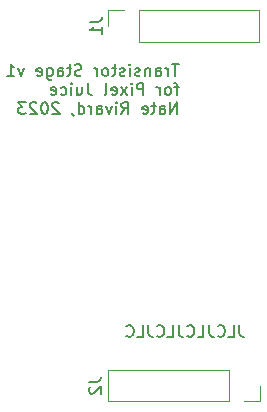
<source format=gbr>
%TF.GenerationSoftware,KiCad,Pcbnew,(6.0.5-0)*%
%TF.CreationDate,2023-04-14T18:12:18+02:00*%
%TF.ProjectId,PixelJuice_TransistorStage,50697865-6c4a-4756-9963-655f5472616e,rev?*%
%TF.SameCoordinates,Original*%
%TF.FileFunction,Legend,Bot*%
%TF.FilePolarity,Positive*%
%FSLAX46Y46*%
G04 Gerber Fmt 4.6, Leading zero omitted, Abs format (unit mm)*
G04 Created by KiCad (PCBNEW (6.0.5-0)) date 2023-04-14 18:12:18*
%MOMM*%
%LPD*%
G01*
G04 APERTURE LIST*
%ADD10C,0.200000*%
%ADD11C,0.150000*%
%ADD12C,0.120000*%
G04 APERTURE END LIST*
D10*
X151944047Y-99177380D02*
X151944047Y-99891666D01*
X151991666Y-100034523D01*
X152086904Y-100129761D01*
X152229761Y-100177380D01*
X152325000Y-100177380D01*
X150991666Y-100177380D02*
X151467857Y-100177380D01*
X151467857Y-99177380D01*
X150086904Y-100082142D02*
X150134523Y-100129761D01*
X150277380Y-100177380D01*
X150372619Y-100177380D01*
X150515476Y-100129761D01*
X150610714Y-100034523D01*
X150658333Y-99939285D01*
X150705952Y-99748809D01*
X150705952Y-99605952D01*
X150658333Y-99415476D01*
X150610714Y-99320238D01*
X150515476Y-99225000D01*
X150372619Y-99177380D01*
X150277380Y-99177380D01*
X150134523Y-99225000D01*
X150086904Y-99272619D01*
X149372619Y-99177380D02*
X149372619Y-99891666D01*
X149420238Y-100034523D01*
X149515476Y-100129761D01*
X149658333Y-100177380D01*
X149753571Y-100177380D01*
X148420238Y-100177380D02*
X148896428Y-100177380D01*
X148896428Y-99177380D01*
X147515476Y-100082142D02*
X147563095Y-100129761D01*
X147705952Y-100177380D01*
X147801190Y-100177380D01*
X147944047Y-100129761D01*
X148039285Y-100034523D01*
X148086904Y-99939285D01*
X148134523Y-99748809D01*
X148134523Y-99605952D01*
X148086904Y-99415476D01*
X148039285Y-99320238D01*
X147944047Y-99225000D01*
X147801190Y-99177380D01*
X147705952Y-99177380D01*
X147563095Y-99225000D01*
X147515476Y-99272619D01*
X146801190Y-99177380D02*
X146801190Y-99891666D01*
X146848809Y-100034523D01*
X146944047Y-100129761D01*
X147086904Y-100177380D01*
X147182142Y-100177380D01*
X145848809Y-100177380D02*
X146325000Y-100177380D01*
X146325000Y-99177380D01*
X144944047Y-100082142D02*
X144991666Y-100129761D01*
X145134523Y-100177380D01*
X145229761Y-100177380D01*
X145372619Y-100129761D01*
X145467857Y-100034523D01*
X145515476Y-99939285D01*
X145563095Y-99748809D01*
X145563095Y-99605952D01*
X145515476Y-99415476D01*
X145467857Y-99320238D01*
X145372619Y-99225000D01*
X145229761Y-99177380D01*
X145134523Y-99177380D01*
X144991666Y-99225000D01*
X144944047Y-99272619D01*
X144229761Y-99177380D02*
X144229761Y-99891666D01*
X144277380Y-100034523D01*
X144372619Y-100129761D01*
X144515476Y-100177380D01*
X144610714Y-100177380D01*
X143277380Y-100177380D02*
X143753571Y-100177380D01*
X143753571Y-99177380D01*
X142372619Y-100082142D02*
X142420238Y-100129761D01*
X142563095Y-100177380D01*
X142658333Y-100177380D01*
X142801190Y-100129761D01*
X142896428Y-100034523D01*
X142944047Y-99939285D01*
X142991666Y-99748809D01*
X142991666Y-99605952D01*
X142944047Y-99415476D01*
X142896428Y-99320238D01*
X142801190Y-99225000D01*
X142658333Y-99177380D01*
X142563095Y-99177380D01*
X142420238Y-99225000D01*
X142372619Y-99272619D01*
D11*
X146807261Y-77092380D02*
X146235833Y-77092380D01*
X146521547Y-78092380D02*
X146521547Y-77092380D01*
X145902500Y-78092380D02*
X145902500Y-77425714D01*
X145902500Y-77616190D02*
X145854880Y-77520952D01*
X145807261Y-77473333D01*
X145712023Y-77425714D01*
X145616785Y-77425714D01*
X144854880Y-78092380D02*
X144854880Y-77568571D01*
X144902500Y-77473333D01*
X144997738Y-77425714D01*
X145188214Y-77425714D01*
X145283452Y-77473333D01*
X144854880Y-78044761D02*
X144950119Y-78092380D01*
X145188214Y-78092380D01*
X145283452Y-78044761D01*
X145331071Y-77949523D01*
X145331071Y-77854285D01*
X145283452Y-77759047D01*
X145188214Y-77711428D01*
X144950119Y-77711428D01*
X144854880Y-77663809D01*
X144378690Y-77425714D02*
X144378690Y-78092380D01*
X144378690Y-77520952D02*
X144331071Y-77473333D01*
X144235833Y-77425714D01*
X144092976Y-77425714D01*
X143997738Y-77473333D01*
X143950119Y-77568571D01*
X143950119Y-78092380D01*
X143521547Y-78044761D02*
X143426309Y-78092380D01*
X143235833Y-78092380D01*
X143140595Y-78044761D01*
X143092976Y-77949523D01*
X143092976Y-77901904D01*
X143140595Y-77806666D01*
X143235833Y-77759047D01*
X143378690Y-77759047D01*
X143473928Y-77711428D01*
X143521547Y-77616190D01*
X143521547Y-77568571D01*
X143473928Y-77473333D01*
X143378690Y-77425714D01*
X143235833Y-77425714D01*
X143140595Y-77473333D01*
X142664404Y-78092380D02*
X142664404Y-77425714D01*
X142664404Y-77092380D02*
X142712023Y-77140000D01*
X142664404Y-77187619D01*
X142616785Y-77140000D01*
X142664404Y-77092380D01*
X142664404Y-77187619D01*
X142235833Y-78044761D02*
X142140595Y-78092380D01*
X141950119Y-78092380D01*
X141854880Y-78044761D01*
X141807261Y-77949523D01*
X141807261Y-77901904D01*
X141854880Y-77806666D01*
X141950119Y-77759047D01*
X142092976Y-77759047D01*
X142188214Y-77711428D01*
X142235833Y-77616190D01*
X142235833Y-77568571D01*
X142188214Y-77473333D01*
X142092976Y-77425714D01*
X141950119Y-77425714D01*
X141854880Y-77473333D01*
X141521547Y-77425714D02*
X141140595Y-77425714D01*
X141378690Y-77092380D02*
X141378690Y-77949523D01*
X141331071Y-78044761D01*
X141235833Y-78092380D01*
X141140595Y-78092380D01*
X140664404Y-78092380D02*
X140759642Y-78044761D01*
X140807261Y-77997142D01*
X140854880Y-77901904D01*
X140854880Y-77616190D01*
X140807261Y-77520952D01*
X140759642Y-77473333D01*
X140664404Y-77425714D01*
X140521547Y-77425714D01*
X140426309Y-77473333D01*
X140378690Y-77520952D01*
X140331071Y-77616190D01*
X140331071Y-77901904D01*
X140378690Y-77997142D01*
X140426309Y-78044761D01*
X140521547Y-78092380D01*
X140664404Y-78092380D01*
X139902500Y-78092380D02*
X139902500Y-77425714D01*
X139902500Y-77616190D02*
X139854880Y-77520952D01*
X139807261Y-77473333D01*
X139712023Y-77425714D01*
X139616785Y-77425714D01*
X138569166Y-78044761D02*
X138426309Y-78092380D01*
X138188214Y-78092380D01*
X138092976Y-78044761D01*
X138045357Y-77997142D01*
X137997738Y-77901904D01*
X137997738Y-77806666D01*
X138045357Y-77711428D01*
X138092976Y-77663809D01*
X138188214Y-77616190D01*
X138378690Y-77568571D01*
X138473928Y-77520952D01*
X138521547Y-77473333D01*
X138569166Y-77378095D01*
X138569166Y-77282857D01*
X138521547Y-77187619D01*
X138473928Y-77140000D01*
X138378690Y-77092380D01*
X138140595Y-77092380D01*
X137997738Y-77140000D01*
X137712023Y-77425714D02*
X137331071Y-77425714D01*
X137569166Y-77092380D02*
X137569166Y-77949523D01*
X137521547Y-78044761D01*
X137426309Y-78092380D01*
X137331071Y-78092380D01*
X136569166Y-78092380D02*
X136569166Y-77568571D01*
X136616785Y-77473333D01*
X136712023Y-77425714D01*
X136902500Y-77425714D01*
X136997738Y-77473333D01*
X136569166Y-78044761D02*
X136664404Y-78092380D01*
X136902500Y-78092380D01*
X136997738Y-78044761D01*
X137045357Y-77949523D01*
X137045357Y-77854285D01*
X136997738Y-77759047D01*
X136902500Y-77711428D01*
X136664404Y-77711428D01*
X136569166Y-77663809D01*
X135664404Y-77425714D02*
X135664404Y-78235238D01*
X135712023Y-78330476D01*
X135759642Y-78378095D01*
X135854880Y-78425714D01*
X135997738Y-78425714D01*
X136092976Y-78378095D01*
X135664404Y-78044761D02*
X135759642Y-78092380D01*
X135950119Y-78092380D01*
X136045357Y-78044761D01*
X136092976Y-77997142D01*
X136140595Y-77901904D01*
X136140595Y-77616190D01*
X136092976Y-77520952D01*
X136045357Y-77473333D01*
X135950119Y-77425714D01*
X135759642Y-77425714D01*
X135664404Y-77473333D01*
X134807261Y-78044761D02*
X134902500Y-78092380D01*
X135092976Y-78092380D01*
X135188214Y-78044761D01*
X135235833Y-77949523D01*
X135235833Y-77568571D01*
X135188214Y-77473333D01*
X135092976Y-77425714D01*
X134902500Y-77425714D01*
X134807261Y-77473333D01*
X134759642Y-77568571D01*
X134759642Y-77663809D01*
X135235833Y-77759047D01*
X133664404Y-77425714D02*
X133426309Y-78092380D01*
X133188214Y-77425714D01*
X132283452Y-78092380D02*
X132854880Y-78092380D01*
X132569166Y-78092380D02*
X132569166Y-77092380D01*
X132664404Y-77235238D01*
X132759642Y-77330476D01*
X132854880Y-77378095D01*
X146807261Y-79035714D02*
X146426309Y-79035714D01*
X146664404Y-79702380D02*
X146664404Y-78845238D01*
X146616785Y-78750000D01*
X146521547Y-78702380D01*
X146426309Y-78702380D01*
X145950119Y-79702380D02*
X146045357Y-79654761D01*
X146092976Y-79607142D01*
X146140595Y-79511904D01*
X146140595Y-79226190D01*
X146092976Y-79130952D01*
X146045357Y-79083333D01*
X145950119Y-79035714D01*
X145807261Y-79035714D01*
X145712023Y-79083333D01*
X145664404Y-79130952D01*
X145616785Y-79226190D01*
X145616785Y-79511904D01*
X145664404Y-79607142D01*
X145712023Y-79654761D01*
X145807261Y-79702380D01*
X145950119Y-79702380D01*
X145188214Y-79702380D02*
X145188214Y-79035714D01*
X145188214Y-79226190D02*
X145140595Y-79130952D01*
X145092976Y-79083333D01*
X144997738Y-79035714D01*
X144902500Y-79035714D01*
X143807261Y-79702380D02*
X143807261Y-78702380D01*
X143426309Y-78702380D01*
X143331071Y-78750000D01*
X143283452Y-78797619D01*
X143235833Y-78892857D01*
X143235833Y-79035714D01*
X143283452Y-79130952D01*
X143331071Y-79178571D01*
X143426309Y-79226190D01*
X143807261Y-79226190D01*
X142807261Y-79702380D02*
X142807261Y-79035714D01*
X142807261Y-78702380D02*
X142854880Y-78750000D01*
X142807261Y-78797619D01*
X142759642Y-78750000D01*
X142807261Y-78702380D01*
X142807261Y-78797619D01*
X142426309Y-79702380D02*
X141902500Y-79035714D01*
X142426309Y-79035714D02*
X141902500Y-79702380D01*
X141140595Y-79654761D02*
X141235833Y-79702380D01*
X141426309Y-79702380D01*
X141521547Y-79654761D01*
X141569166Y-79559523D01*
X141569166Y-79178571D01*
X141521547Y-79083333D01*
X141426309Y-79035714D01*
X141235833Y-79035714D01*
X141140595Y-79083333D01*
X141092976Y-79178571D01*
X141092976Y-79273809D01*
X141569166Y-79369047D01*
X140521547Y-79702380D02*
X140616785Y-79654761D01*
X140664404Y-79559523D01*
X140664404Y-78702380D01*
X139092976Y-78702380D02*
X139092976Y-79416666D01*
X139140595Y-79559523D01*
X139235833Y-79654761D01*
X139378690Y-79702380D01*
X139473928Y-79702380D01*
X138188214Y-79035714D02*
X138188214Y-79702380D01*
X138616785Y-79035714D02*
X138616785Y-79559523D01*
X138569166Y-79654761D01*
X138473928Y-79702380D01*
X138331071Y-79702380D01*
X138235833Y-79654761D01*
X138188214Y-79607142D01*
X137712023Y-79702380D02*
X137712023Y-79035714D01*
X137712023Y-78702380D02*
X137759642Y-78750000D01*
X137712023Y-78797619D01*
X137664404Y-78750000D01*
X137712023Y-78702380D01*
X137712023Y-78797619D01*
X136807261Y-79654761D02*
X136902500Y-79702380D01*
X137092976Y-79702380D01*
X137188214Y-79654761D01*
X137235833Y-79607142D01*
X137283452Y-79511904D01*
X137283452Y-79226190D01*
X137235833Y-79130952D01*
X137188214Y-79083333D01*
X137092976Y-79035714D01*
X136902500Y-79035714D01*
X136807261Y-79083333D01*
X135997738Y-79654761D02*
X136092976Y-79702380D01*
X136283452Y-79702380D01*
X136378690Y-79654761D01*
X136426309Y-79559523D01*
X136426309Y-79178571D01*
X136378690Y-79083333D01*
X136283452Y-79035714D01*
X136092976Y-79035714D01*
X135997738Y-79083333D01*
X135950119Y-79178571D01*
X135950119Y-79273809D01*
X136426309Y-79369047D01*
X146664404Y-81312380D02*
X146664404Y-80312380D01*
X146092976Y-81312380D01*
X146092976Y-80312380D01*
X145188214Y-81312380D02*
X145188214Y-80788571D01*
X145235833Y-80693333D01*
X145331071Y-80645714D01*
X145521547Y-80645714D01*
X145616785Y-80693333D01*
X145188214Y-81264761D02*
X145283452Y-81312380D01*
X145521547Y-81312380D01*
X145616785Y-81264761D01*
X145664404Y-81169523D01*
X145664404Y-81074285D01*
X145616785Y-80979047D01*
X145521547Y-80931428D01*
X145283452Y-80931428D01*
X145188214Y-80883809D01*
X144854880Y-80645714D02*
X144473928Y-80645714D01*
X144712023Y-80312380D02*
X144712023Y-81169523D01*
X144664404Y-81264761D01*
X144569166Y-81312380D01*
X144473928Y-81312380D01*
X143759642Y-81264761D02*
X143854880Y-81312380D01*
X144045357Y-81312380D01*
X144140595Y-81264761D01*
X144188214Y-81169523D01*
X144188214Y-80788571D01*
X144140595Y-80693333D01*
X144045357Y-80645714D01*
X143854880Y-80645714D01*
X143759642Y-80693333D01*
X143712023Y-80788571D01*
X143712023Y-80883809D01*
X144188214Y-80979047D01*
X141950119Y-81312380D02*
X142283452Y-80836190D01*
X142521547Y-81312380D02*
X142521547Y-80312380D01*
X142140595Y-80312380D01*
X142045357Y-80360000D01*
X141997738Y-80407619D01*
X141950119Y-80502857D01*
X141950119Y-80645714D01*
X141997738Y-80740952D01*
X142045357Y-80788571D01*
X142140595Y-80836190D01*
X142521547Y-80836190D01*
X141521547Y-81312380D02*
X141521547Y-80645714D01*
X141521547Y-80312380D02*
X141569166Y-80360000D01*
X141521547Y-80407619D01*
X141473928Y-80360000D01*
X141521547Y-80312380D01*
X141521547Y-80407619D01*
X141140595Y-80645714D02*
X140902500Y-81312380D01*
X140664404Y-80645714D01*
X139854880Y-81312380D02*
X139854880Y-80788571D01*
X139902500Y-80693333D01*
X139997738Y-80645714D01*
X140188214Y-80645714D01*
X140283452Y-80693333D01*
X139854880Y-81264761D02*
X139950119Y-81312380D01*
X140188214Y-81312380D01*
X140283452Y-81264761D01*
X140331071Y-81169523D01*
X140331071Y-81074285D01*
X140283452Y-80979047D01*
X140188214Y-80931428D01*
X139950119Y-80931428D01*
X139854880Y-80883809D01*
X139378690Y-81312380D02*
X139378690Y-80645714D01*
X139378690Y-80836190D02*
X139331071Y-80740952D01*
X139283452Y-80693333D01*
X139188214Y-80645714D01*
X139092976Y-80645714D01*
X138331071Y-81312380D02*
X138331071Y-80312380D01*
X138331071Y-81264761D02*
X138426309Y-81312380D01*
X138616785Y-81312380D01*
X138712023Y-81264761D01*
X138759642Y-81217142D01*
X138807261Y-81121904D01*
X138807261Y-80836190D01*
X138759642Y-80740952D01*
X138712023Y-80693333D01*
X138616785Y-80645714D01*
X138426309Y-80645714D01*
X138331071Y-80693333D01*
X137807261Y-81264761D02*
X137807261Y-81312380D01*
X137854880Y-81407619D01*
X137902500Y-81455238D01*
X136664404Y-80407619D02*
X136616785Y-80360000D01*
X136521547Y-80312380D01*
X136283452Y-80312380D01*
X136188214Y-80360000D01*
X136140595Y-80407619D01*
X136092976Y-80502857D01*
X136092976Y-80598095D01*
X136140595Y-80740952D01*
X136712023Y-81312380D01*
X136092976Y-81312380D01*
X135473928Y-80312380D02*
X135378690Y-80312380D01*
X135283452Y-80360000D01*
X135235833Y-80407619D01*
X135188214Y-80502857D01*
X135140595Y-80693333D01*
X135140595Y-80931428D01*
X135188214Y-81121904D01*
X135235833Y-81217142D01*
X135283452Y-81264761D01*
X135378690Y-81312380D01*
X135473928Y-81312380D01*
X135569166Y-81264761D01*
X135616785Y-81217142D01*
X135664404Y-81121904D01*
X135712023Y-80931428D01*
X135712023Y-80693333D01*
X135664404Y-80502857D01*
X135616785Y-80407619D01*
X135569166Y-80360000D01*
X135473928Y-80312380D01*
X134759642Y-80407619D02*
X134712023Y-80360000D01*
X134616785Y-80312380D01*
X134378690Y-80312380D01*
X134283452Y-80360000D01*
X134235833Y-80407619D01*
X134188214Y-80502857D01*
X134188214Y-80598095D01*
X134235833Y-80740952D01*
X134807261Y-81312380D01*
X134188214Y-81312380D01*
X133854880Y-80312380D02*
X133235833Y-80312380D01*
X133569166Y-80693333D01*
X133426309Y-80693333D01*
X133331071Y-80740952D01*
X133283452Y-80788571D01*
X133235833Y-80883809D01*
X133235833Y-81121904D01*
X133283452Y-81217142D01*
X133331071Y-81264761D01*
X133426309Y-81312380D01*
X133712023Y-81312380D01*
X133807261Y-81264761D01*
X133854880Y-81217142D01*
%TO.C,J2*%
X139202380Y-103991666D02*
X139916666Y-103991666D01*
X140059523Y-103944047D01*
X140154761Y-103848809D01*
X140202380Y-103705952D01*
X140202380Y-103610714D01*
X139297619Y-104420238D02*
X139250000Y-104467857D01*
X139202380Y-104563095D01*
X139202380Y-104801190D01*
X139250000Y-104896428D01*
X139297619Y-104944047D01*
X139392857Y-104991666D01*
X139488095Y-104991666D01*
X139630952Y-104944047D01*
X140202380Y-104372619D01*
X140202380Y-104991666D01*
%TO.C,J1*%
X139272380Y-73516666D02*
X139986666Y-73516666D01*
X140129523Y-73469047D01*
X140224761Y-73373809D01*
X140272380Y-73230952D01*
X140272380Y-73135714D01*
X140272380Y-74516666D02*
X140272380Y-73945238D01*
X140272380Y-74230952D02*
X139272380Y-74230952D01*
X139415238Y-74135714D01*
X139510476Y-74040476D01*
X139558095Y-73945238D01*
D12*
%TO.C,J2*%
X140835000Y-105655000D02*
X140835000Y-102995000D01*
X151055000Y-102995000D02*
X140835000Y-102995000D01*
X152325000Y-105655000D02*
X153655000Y-105655000D01*
X151055000Y-105655000D02*
X151055000Y-102995000D01*
X153655000Y-105655000D02*
X153655000Y-104325000D01*
X151055000Y-105655000D02*
X140835000Y-105655000D01*
%TO.C,J1*%
X143420000Y-75180000D02*
X153640000Y-75180000D01*
X142150000Y-72520000D02*
X140820000Y-72520000D01*
X153640000Y-72520000D02*
X153640000Y-75180000D01*
X140820000Y-72520000D02*
X140820000Y-73850000D01*
X143420000Y-72520000D02*
X153640000Y-72520000D01*
X143420000Y-72520000D02*
X143420000Y-75180000D01*
%TD*%
M02*

</source>
